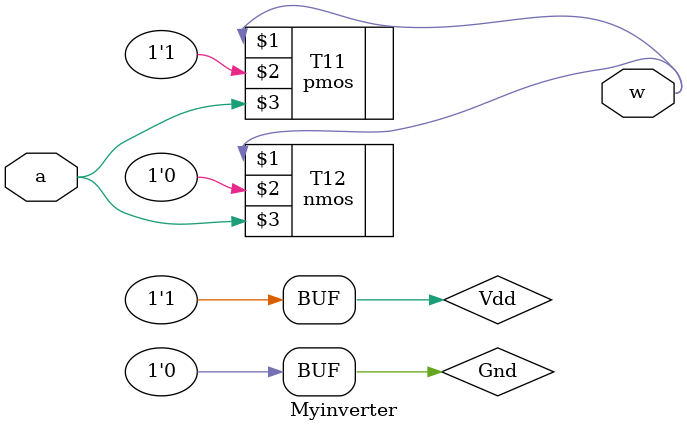
<source format=v>
`timescale 1ns/1ns
module Myinverter(input a,output w);
	supply1 Vdd;
	supply0 Gnd;
	pmos #(5,6,7) T11(w,Vdd,a);
	nmos #(3,4,5) T12(w,Gnd,a);
endmodule


</source>
